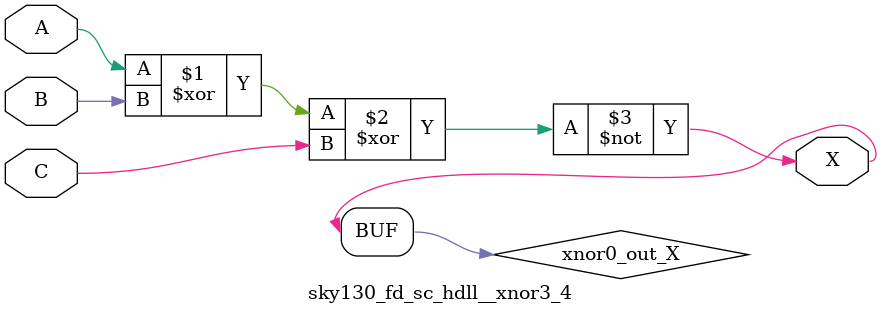
<source format=v>
/*
 * Copyright 2020 The SkyWater PDK Authors
 *
 * Licensed under the Apache License, Version 2.0 (the "License");
 * you may not use this file except in compliance with the License.
 * You may obtain a copy of the License at
 *
 *     https://www.apache.org/licenses/LICENSE-2.0
 *
 * Unless required by applicable law or agreed to in writing, software
 * distributed under the License is distributed on an "AS IS" BASIS,
 * WITHOUT WARRANTIES OR CONDITIONS OF ANY KIND, either express or implied.
 * See the License for the specific language governing permissions and
 * limitations under the License.
 *
 * SPDX-License-Identifier: Apache-2.0
*/


`ifndef SKY130_FD_SC_HDLL__XNOR3_4_FUNCTIONAL_V
`define SKY130_FD_SC_HDLL__XNOR3_4_FUNCTIONAL_V

/**
 * xnor3: 3-input exclusive NOR.
 *
 * Verilog simulation functional model.
 */

`timescale 1ns / 1ps
`default_nettype none

`celldefine
module sky130_fd_sc_hdll__xnor3_4 (
    X,
    A,
    B,
    C
);

    // Module ports
    output X;
    input  A;
    input  B;
    input  C;

    // Local signals
    wire xnor0_out_X;

    //   Name   Output       Other arguments
    xnor xnor0 (xnor0_out_X, A, B, C        );
    buf  buf0  (X          , xnor0_out_X    );

endmodule
`endcelldefine

`default_nettype wire
`endif  // SKY130_FD_SC_HDLL__XNOR3_4_FUNCTIONAL_V

</source>
